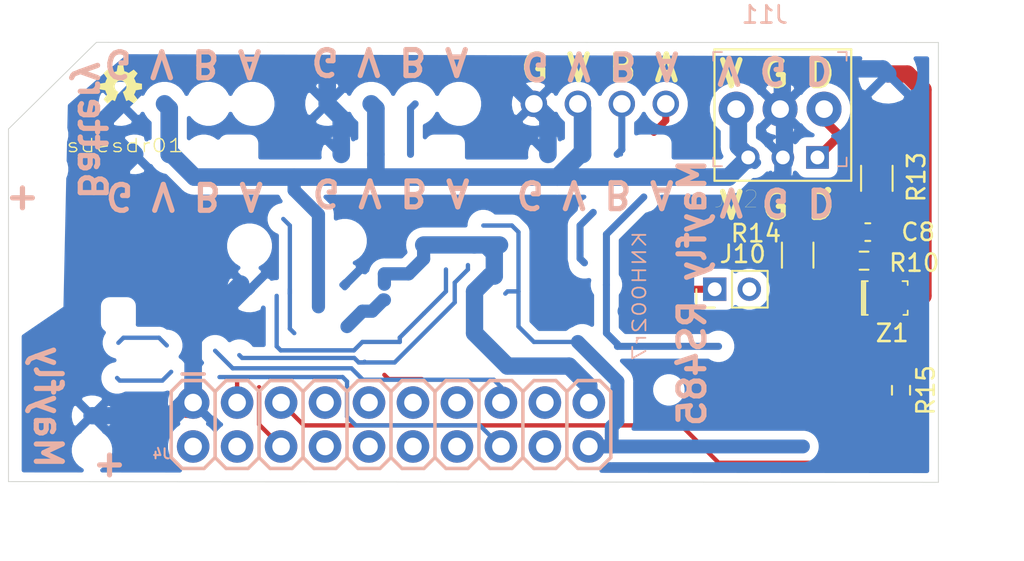
<source format=kicad_pcb>
(kicad_pcb (version 20211014) (generator pcbnew)
  (layers (0 "F.Cu" signal "Top") (31 "B.Cu" signal "Bottom") (34 "B.Paste" user) (35 "F.Paste" user) (36 "B.SilkS" user "B.Silkscreen") (37 "F.SilkS" user "F.Silkscreen") (38 "B.Mask" user) (39 "F.Mask" user) (44 "Edge.Cuts" user))
  (net 0 "")
  (net 1 "GND")
  (net 2 "/B-")
  (net 3 "/TXb")
  (net 4 "/RXb")
  (net 5 "Net-(LED1-Pad4)")
  (net 6 "/unfuse")
  (net 7 "+12V")
  (net 8 "Net-(C8-Pad1)")
  (net 9 "Net-(J11-Pad1)")
  (net 10 "Net-(R14-Pad1)")
  (footprint "RS485_Mayfly:OSHW-LOGO-MINI" (layer "F.Cu") (at 132.7911 94.8386)
    (fp_text reference "LOGO1" hide)
    (fp_text value "OSHW-LOGOMINI" hide)
    (fp_poly (pts (xy 1.2366 0.172631) (xy 1.2366 -0.147368) (xy 0.8766 -0.207368) (xy 0.8766 -0.247368) (xy 0.8666 -0.257368) (xy 0.8666 -0.277368) (xy 0.8566 -0.287368) (xy 0.8466 -0.307368) (xy 0.8466 -0.327368) (xy 0.8366 -0.337368) (xy 0.8366 -0.357368) (xy 0.8266 -0.367368) (xy 0.8166 -0.387368) (xy 0.8066 -0.397368) (xy 0.8066 -0.417368) (xy 0.7966 -0.427368) (xy 0.7866 -0.447368) (xy 0.7766 -0.457368) (xy 0.9866 -0.747368) (xy 0.7566 -0.967368) (xy 0.4666 -0.767368) (xy 0.4566 -0.777368) (xy 0.4366 -0.787368) (xy 0.4266 -0.787368) (xy 0.4066 -0.797368) (xy 0.3966 -0.807368) (xy 0.3766 -0.817368) (xy 0.3666 -0.817368) (xy 0.3466 -0.827368) (xy 0.3366 -0.837368) (xy 0.3166 -0.837368) (xy 0.2966 -0.847368) (xy 0.2866 -0.847368) (xy 0.2666 -0.857368) (xy 0.2566 -0.857368) (xy 0.2366 -0.867368) (xy 0.2166 -0.867368) (xy 0.1566 -1.217368) (xy -0.1634 -1.217368) (xy -0.2234 -0.867368) (xy -0.2334 -0.867368) (xy -0.2534 -0.857368) (xy -0.2734 -0.857368) (xy -0.2834 -0.847368) (xy -0.3034 -0.847368) (xy -0.3234 -0.837368) (xy -0.3334 -0.837368) (xy -0.3534 -0.827368) (xy -0.3634 -0.817368) (xy -0.3834 -0.817368) (xy -0.3934 -0.807368) (xy -0.4134 -0.797368) (xy -0.4234 -0.787368) (xy -0.4434 -0.787368) (xy -0.4534 -0.777368) (xy -0.4734 -0.767368) (xy -0.7634 -0.967368) (xy -0.9834 -0.747368) (xy -0.7834 -0.457368) (xy -0.7934 -0.447368) (xy -0.7934 -0.427368) (xy -0.8034 -0.417368) (xy -0.8134 -0.397368) (xy -0.8234 -0.387368) (xy -0.8234 -0.367368) (xy -0.8334 -0.357368) (xy -0.8434 -0.337368) (xy -0.8434 -0.327368) (xy -0.8634 -0.287368) (xy -0.8634 -0.277368) (xy -0.8734 -0.257368) (xy -0.8734 -0.247368) (xy -0.8834 -0.227368) (xy -0.8834 -0.207368) (xy -1.2334 -0.147368) (xy -1.2334 0.172631) (xy -0.8834 0.232631) (xy -0.8834 0.242631) (xy -0.8734 0.262631) (xy -0.8734 0.282631) (xy -0.8634 0.292631) (xy -0.8634 0.312631) (xy -0.8534 0.322631) (xy -0.8434 0.342631) (xy -0.8434 0.362631) (xy -0.8334 0.372631) (xy -0.8334 0.392631) (xy -0.8234 0.402631) (xy -0.8134 0.422631) (xy -0.8034 0.432631) (xy -0.7934 0.452631) (xy -0.7934 0.462631) (xy -0.7834 0.482631) (xy -0.9834 0.762631) (xy -0.7634 0.992631) (xy -0.4734 0.792631) (xy -0.4634 0.792631) (xy -0.4534 0.802631) (xy -0.4434 0.802631) (xy -0.4334 0.812631) (xy -0.4234 0.812631) (xy -0.4134 0.822631) (xy -0.4034 0.822631) (xy -0.3934 0.832631) (xy -0.3834 0.832631) (xy -0.3734 0.842631) (xy -0.3634 0.842631) (xy -0.3534 0.852631) (xy -0.3334 0.852631) (xy -0.3234 0.862631) (xy -0.1234 0.322631) (xy -0.1534 0.312631) (xy -0.1934 0.292631) (xy -0.2134 0.272631) (xy -0.2334 0.262631) (xy -0.2534 0.242631) (xy -0.2634 0.222631) (xy -0.2834 0.202631) (xy -0.3034 0.162631) (xy -0.3134 0.132631) (xy -0.3334 0.092631) (xy -0.3334 0.062631) (xy -0.3434 0.032631) (xy -0.3434 -0.027368) (xy -0.3034 -0.147368) (xy -0.2634 -0.207368) (xy -0.2434 -0.227368) (xy -0.2134 -0.247368) (xy -0.1934 -0.267368) (xy -0.1634 -0.287368) (xy -0.1334 -0.297368) (xy -0.1034 -0.317368) (xy -0.0734 -0.317368) (xy -0.0334 -0.327368) (xy 0.0366 -0.327368) (xy 0.0666 -0.317368) (xy 0.0966 -0.317368) (xy 0.1266 -0.297368) (xy 0.1566 -0.287368) (xy 0.2166 -0.247368) (xy 0.2566 -0.207368) (xy 0.2966 -0.147368) (xy 0.3066 -0.117368) (xy 0.3266 -0.087368) (xy 0.3266 -0.057368) (xy 0.3366 -0.027368) (xy 0.3366 0.062631) (xy 0.3266 0.092631) (xy 0.3266 0.112631) (xy 0.3166 0.132631) (xy 0.3066 0.162631) (xy 0.2966 0.182631) (xy 0.2766 0.202631) (xy 0.2666 0.222631) (xy 0.2266 0.262631) (xy 0.2066 0.272631) (xy 0.1866 0.292631) (xy 0.1266 0.322631) (xy 0.3266 0.862631) (xy 0.3266 0.852631) (xy 0.3466 0.852631) (xy 0.3566 0.842631) (xy 0.3666 0.842631) (xy 0.3766 0.832631) (xy 0.3866 0.832631) (xy 0.3966 0.822631) (xy 0.4166 0.822631) (xy 0.4266 0.812631) (xy 0.4366 0.812631) (xy 0.4566 0.792631) (xy 0.4666 0.792631) (xy 0.7566 0.992631) (xy 0.9866 0.762631) (xy 0.7766 0.482631) (xy 0.7866 0.462631) (xy 0.7966 0.452631) (xy 0.8066 0.432631) (xy 0.8066 0.422631) (xy 0.8166 0.402631) (xy 0.8266 0.392631) (xy 0.8366 0.372631) (xy 0.8366 0.362631) (xy 0.8566 0.322631) (xy 0.8566 0.312631) (xy 0.8666 0.292631) (xy 0.8666 0.282631) (xy 0.8766 0.262631) (xy 0.8766 0.242631) (xy 0.8866 0.232631)) (layer "F.SilkS") (width 0) (fill solid))
  )
  (footprint "RS485_Mayfly:1X04_NOSILK" (layer "F.Cu") (at 160.4771 95.8546 180)
    (fp_text reference "J7" hide)
    (fp_text value "CONN_42.54_NOSILK" hide)
    (pad "1" thru_hole circle locked (at -3.81 0 270) (size 1.524 1.524) (drill 1.016) (layers *.Cu *.Mask))
    (pad "2" thru_hole circle locked (at -1.27 0 270) (size 1.524 1.524) (drill 1.016) (layers *.Cu *.Mask))
    (pad "3" thru_hole circle locked (at 1.27 0 270) (size 1.524 1.524) (drill 1.016) (layers *.Cu *.Mask))
    (pad "4" thru_hole circle locked (at 3.81 0 270) (size 1.524 1.524) (drill 1.016) (layers *.Cu *.Mask) (net 1 "GND"))
  )
  (footprint "Connector_PinHeader_2.00mm:PinHeader_1x02_P2.00mm_Vertical" (layer "F.Cu") (at 167.1131 106.5734 90)
    (fp_text reference "J10" (at 2.032 1.619 180) (layer "F.SilkS"))
    (fp_text value "2mm jumper")
    (fp_line (start -1.06 0) (end -1.06 -1.06) (layer "F.SilkS") (width 0.12))
    (fp_line (start -1.06 1) (end 1.06 1) (layer "F.SilkS") (width 0.12))
    (fp_line (start -1.06 1) (end -1.06 3.06) (layer "F.SilkS") (width 0.12))
    (fp_line (start -1.06 3.06) (end 1.06 3.06) (layer "F.SilkS") (width 0.12))
    (fp_line (start -1.06 -1.06) (end 0 -1.06) (layer "F.SilkS") (width 0.12))
    (fp_line (start 1.06 1) (end 1.06 3.06) (layer "F.SilkS") (width 0.12))
    (pad "1" thru_hole rect locked (at 0 0 90) (size 1.35 1.35) (drill 0.8) (layers *.Cu *.Mask))
    (pad "2" thru_hole oval locked (at 0 2 90) (size 1.35 1.35) (drill 0.8) (layers *.Cu *.Mask))
  )
  (footprint "RS485_Mayfly:JST_S3B-PH-K-S(LF)(SN)" (layer "F.Cu") (at 173.0501 98.9534 180)
    (fp_text reference "J12" (at 4.699 -2.413) (layer "F.SilkS") (effects (font (size 1.000339 1.000339) (thickness 0.015))))
    (fp_text value "S3B-PH-K-S(LF)(SN)")
    (fp_line (start 5.95 -1.35) (end -1.95 -1.35) (layer "F.SilkS") (width 0.127))
    (fp_line (start -1.95 -1.35) (end -1.95 6.25) (layer "F.SilkS") (width 0.127))
    (fp_line (start 5.95 6.25) (end 5.95 -1.35) (layer "F.SilkS") (width 0.127))
    (fp_line (start -1.95 6.25) (end 5.95 6.25) (layer "F.SilkS") (width 0.127))
    (fp_circle (center -0.6 -1.9) (end -0.5 -1.9) (layer "F.SilkS") (width 0.2) (fill none))
    (pad "1" thru_hole rect locked (at 0 0 180) (size 1.308 1.308) (drill 0.8) (layers *.Cu *.Mask) (net 9 "Net-(J11-Pad1)"))
    (pad "2" thru_hole circle locked (at 2 0 180) (size 1.308 1.308) (drill 0.8) (layers *.Cu *.Mask) (net 1 "GND"))
    (pad "3" thru_hole circle locked (at 4 0 180) (size 1.308 1.308) (drill 0.8) (layers *.Cu *.Mask) (net 7 "+12V"))
  )
  (footprint "Resistor_SMD:R_0603_1608Metric_Pad0.98x0.95mm_HandSolder" (layer "F.Cu") (at 175.7406 104.9224 180)
    (fp_text reference "R10" (at -2.8975 -0.127) (layer "F.SilkS"))
    (fp_text value "200K")
    (fp_line (start -0.254724 -0.5225) (end 0.254724 -0.5225) (layer "F.SilkS") (width 0.12))
    (fp_line (start -0.254724 0.5225) (end 0.254724 0.5225) (layer "F.SilkS") (width 0.12))
    (pad "1" smd roundrect locked (at -0.9125 0 180) (size 0.975 0.95) (layers "F.Cu" "F.Paste" "F.Mask") (net 1 "GND"))
    (pad "2" smd roundrect locked (at 0.9125 0 180) (size 0.975 0.95) (layers "F.Cu" "F.Paste" "F.Mask") (net 8 "Net-(C8-Pad1)"))
  )
  (footprint "Resistor_SMD:R_1206_3216Metric" (layer "F.Cu") (at 176.4791 100.1619 90)
    (fp_text reference "R13" (at 0.0655 2.286 90) (layer "F.SilkS"))
    (fp_text value "510R")
    (fp_line (start -0.727064 -0.91) (end 0.727064 -0.91) (layer "F.SilkS") (width 0.12))
    (fp_line (start -0.727064 0.91) (end 0.727064 0.91) (layer "F.SilkS") (width 0.12))
    (pad "1" smd roundrect locked (at -1.4625 0 90) (size 1.125 1.75) (layers "F.Cu" "F.Paste" "F.Mask") (roundrect_rratio 0.2222213333) (net 8 "Net-(C8-Pad1)"))
    (pad "2" smd roundrect locked (at 1.4625 0 90) (size 1.125 1.75) (layers "F.Cu" "F.Paste" "F.Mask") (roundrect_rratio 0.2222213333) (net 9 "Net-(J11-Pad1)"))
  )
  (footprint "Capacitor_SMD:C_0603_1608Metric" (layer "F.Cu") (at 175.9581 103.2714)
    (fp_text reference "C8" (at 2.908 0) (layer "F.SilkS"))
    (fp_text value "3300pF")
    (fp_line (start -0.14058 -0.51) (end 0.14058 -0.51) (layer "F.SilkS") (width 0.12))
    (fp_line (start -0.14058 0.51) (end 0.14058 0.51) (layer "F.SilkS") (width 0.12))
    (pad "1" smd roundrect locked (at -0.775 0) (size 0.9 0.95) (layers "F.Cu" "F.Paste" "F.Mask") (net 8 "Net-(C8-Pad1)"))
    (pad "2" smd roundrect locked (at 0.775 0) (size 0.9 0.95) (layers "F.Cu" "F.Paste" "F.Mask") (net 1 "GND"))
  )
  (footprint "Resistor_SMD:R_1206_3216Metric" (layer "F.Cu") (at 171.9071 104.6029 90)
    (fp_text reference "R14" (at 1.2553 -2.413 180) (layer "F.SilkS"))
    (fp_text value "510R")
    (fp_line (start -0.727064 -0.91) (end 0.727064 -0.91) (layer "F.SilkS") (width 0.12))
    (fp_line (start -0.727064 0.91) (end 0.727064 0.91) (layer "F.SilkS") (width 0.12))
    (pad "1" smd roundrect locked (at -1.4625 0 90) (size 1.125 1.75) (layers "F.Cu" "F.Paste" "F.Mask") (roundrect_rratio 0.2222213333) (net 10 "Net-(R14-Pad1)"))
    (pad "2" smd roundrect locked (at 1.4625 0 90) (size 1.125 1.75) (layers "F.Cu" "F.Paste" "F.Mask") (roundrect_rratio 0.2222213333) (net 8 "Net-(C8-Pad1)"))
  )
  (footprint "digikey-footprints:SOD-123" (layer "F.Cu") (at 176.9361 107.0814)
    (fp_text reference "Z1" (at 0.432 2.032) (layer "F.SilkS"))
    (fp_text value "7.5V")
    (fp_line (start 1.325 -0.975) (end 1.325 -0.75) (layer "F.SilkS") (width 0.1))
    (fp_line (start -1.225 -0.975) (end -1.225 0.975) (layer "F.SilkS") (width 0.1))
    (fp_line (start 1.325 0.975) (end 1.075 0.975) (layer "F.SilkS") (width 0.1))
    (fp_line (start -1.325 -0.975) (end -1.325 0.975) (layer "F.SilkS") (width 0.1))
    (fp_line (start 1.025 -0.975) (end 1.325 -0.975) (layer "F.SilkS") (width 0.1))
    (fp_line (start 1.325 0.725) (end 1.325 0.975) (layer "F.SilkS") (width 0.1))
    (fp_line (start -0.975 0.975) (end -1.325 0.975) (layer "F.SilkS") (width 0.1))
    (fp_line (start -0.975 -0.975) (end -1.325 -0.975) (layer "F.SilkS") (width 0.1))
    (fp_line (start -1.125 -0.975) (end -1.125 0.975) (layer "F.SilkS") (width 0.1))
    (pad "A" smd rect locked (at 1.575 0) (size 0.9 0.95) (layers "F.Cu" "F.Paste" "F.Mask") (net 1 "GND"))
    (pad "K" smd rect locked (at -1.575 0) (size 0.9 0.95) (layers "F.Cu" "F.Paste" "F.Mask") (net 8 "Net-(C8-Pad1)"))
  )
  (footprint "Resistor_SMD:R_0603_1608Metric_Pad0.98x0.95mm_HandSolder" (layer "F.Cu") (at 177.8761 112.4154 -90)
    (fp_text reference "R15" (at 0 -1.43 90) (layer "F.SilkS"))
    (fp_text value "zero")
    (fp_line (start -0.254724 -0.5225) (end 0.254724 -0.5225) (layer "F.SilkS") (width 0.12))
    (fp_line (start -0.254724 0.5225) (end 0.254724 0.5225) (layer "F.SilkS") (width 0.12))
    (pad "1" smd roundrect locked (at -0.9125 0 270) (size 0.975 0.95) (layers "F.Cu" "F.Paste" "F.Mask") (net 10 "Net-(R14-Pad1)"))
    (pad "2" smd roundrect locked (at 0.9125 0 270) (size 0.975 0.95) (layers "F.Cu" "F.Paste" "F.Mask"))
  )
  (footprint "RS485_Mayfly:2X10" (layer "B.Cu") (at 136.9821 113.1266)
    (fp_text reference "J4" (at -2.413 3.302) (layer "B.SilkS") (effects (font (size 0.57912 0.57912) (thickness 0.115824)) (justify right bottom mirror)))
    (fp_text value "CONN_10X2")
    (fp_line (start 15.875 3.81) (end 16.51 3.175) (layer "B.SilkS") (width 0.2032))
    (fp_line (start 6.35 3.175) (end 6.35 -0.635) (layer "B.SilkS") (width 0.2032))
    (fp_line (start 11.43 -0.635) (end 12.065 -1.27) (layer "B.SilkS") (width 0.2032))
    (fp_line (start 12.065 -1.27) (end 13.335 -1.27) (layer "B.SilkS") (width 0.2032))
    (fp_line (start 1.27 3.175) (end 1.905 3.81) (layer "B.SilkS") (width 0.2032))
    (fp_line (start -1.27 -0.635) (end -1.27 3.175) (layer "B.SilkS") (width 0.2032))
    (fp_line (start 19.05 -0.635) (end 19.685 -1.27) (layer "B.SilkS") (width 0.2032))
    (fp_line (start 13.97 3.175) (end 14.605 3.81) (layer "B.SilkS") (width 0.2032))
    (fp_line (start 23.495 3.81) (end 24.13 3.175) (layer "B.SilkS") (width 0.2032))
    (fp_line (start 4.445 -1.27) (end 5.715 -1.27) (layer "B.SilkS") (width 0.2032))
    (fp_line (start 6.985 3.81) (end 8.255 3.81) (layer "B.SilkS") (width 0.2032))
    (fp_line (start 6.35 3.175) (end 6.985 3.81) (layer "B.SilkS") (width 0.2032))
    (fp_line (start 14.605 3.81) (end 15.875 3.81) (layer "B.SilkS") (width 0.2032))
    (fp_line (start 8.255 -1.27) (end 8.89 -0.635) (layer "B.SilkS") (width 0.2032))
    (fp_line (start 19.05 3.175) (end 19.685 3.81) (layer "B.SilkS") (width 0.2032))
    (fp_line (start 16.51 -0.635) (end 17.145 -1.27) (layer "B.SilkS") (width 0.2032))
    (fp_line (start 3.175 3.81) (end 3.81 3.175) (layer "B.SilkS") (width 0.2032))
    (fp_line (start 10.795 3.81) (end 11.43 3.175) (layer "B.SilkS") (width 0.2032))
    (fp_line (start 22.225 3.81) (end 23.495 3.81) (layer "B.SilkS") (width 0.2032))
    (fp_line (start -0.635 -1.651) (end 0.635 -1.651) (layer "B.SilkS") (width 0.2032))
    (fp_line (start 3.81 3.175) (end 3.81 -0.635) (layer "B.SilkS") (width 0.2032))
    (fp_line (start 6.985 -1.27) (end 8.255 -1.27) (layer "B.SilkS") (width 0.2032))
    (fp_line (start 16.51 -0.635) (end 15.875 -1.27) (layer "B.SilkS") (width 0.2032))
    (fp_line (start 8.255 3.81) (end 8.89 3.175) (layer "B.SilkS") (width 0.2032))
    (fp_line (start 21.59 -0.635) (end 22.225 -1.27) (layer "B.SilkS") (width 0.2032))
    (fp_line (start 21.59 3.175) (end 21.59 -0.635) (layer "B.SilkS") (width 0.2032))
    (fp_line (start -0.635 -1.27) (end 0.635 -1.27) (layer "B.SilkS") (width 0.2032))
    (fp_line (start 4.445 3.81) (end 5.715 3.81) (layer "B.SilkS") (width 0.2032))
    (fp_line (start 13.335 3.81) (end 13.97 3.175) (layer "B.SilkS") (width 0.2032))
    (fp_line (start 10.795 -1.27) (end 11.43 -0.635) (layer "B.SilkS") (width 0.2032))
    (fp_line (start 9.525 -1.27) (end 10.795 -1.27) (layer "B.SilkS") (width 0.2032))
    (fp_line (start 17.145 3.81) (end 18.415 3.81) (layer "B.SilkS") (width 0.2032))
    (fp_line (start 19.685 -1.27) (end 20.955 -1.27) (layer "B.SilkS") (width 0.2032))
    (fp_line (start 14.605 -1.27) (end 15.875 -1.27) (layer "B.SilkS") (width 0.2032))
    (fp_line (start 22.225 -1.27) (end 23.495 -1.27) (layer "B.SilkS") (width 0.2032))
    (fp_line (start 1.905 3.81) (end 3.175 3.81) (layer "B.SilkS") (width 0.2032))
    (fp_line (start -1.27 -0.635) (end -0.635 -1.27) (layer "B.SilkS") (width 0.2032))
    (fp_line (start 18.415 3.81) (end 19.05 3.175) (layer "B.SilkS") (width 0.2032))
    (fp_line (start 19.05 3.175) (end 19.05 -0.635) (layer "B.SilkS") (width 0.2032))
    (fp_line (start 17.145 -1.27) (end 18.415 -1.27) (layer "B.SilkS") (width 0.2032))
    (fp_line (start 9.525 3.81) (end 10.795 3.81) (layer "B.SilkS") (width 0.2032))
    (fp_line (start 8.89 3.175) (end 8.89 -0.635) (layer "B.SilkS") (width 0.2032))
    (fp_line (start 12.065 3.81) (end 13.335 3.81) (layer "B.SilkS") (width 0.2032))
    (fp_line (start 21.59 3.175) (end 22.225 3.81) (layer "B.SilkS") (width 0.2032))
    (fp_line (start 6.35 -0.635) (end 6.985 -1.27) (layer "B.SilkS") (width 0.2032))
    (fp_line (start -1.27 3.175) (end -0.635 3.81) (layer "B.SilkS") (width 0.2032))
    (fp_line (start 16.51 3.175) (end 16.51 -0.635) (layer "B.SilkS") (width 0.2032))
    (fp_line (start 1.27 -0.635) (end 1.905 -1.27) (layer "B.SilkS") (width 0.2032))
    (fp_line (start 13.97 3.175) (end 13.97 -0.635) (layer "B.SilkS") (width 0.2032))
    (fp_line (start 3.81 -0.635) (end 4.445 -1.27) (layer "B.SilkS") (width 0.2032))
    (fp_line (start -0.635 -1.651) (end 0.635 -1.651) (layer "B.SilkS") (width 0.2032))
    (fp_line (start 21.59 -0.635) (end 20.955 -1.27) (layer "B.SilkS") (width 0.2032))
    (fp_line (start 5.715 -1.27) (end 6.35 -0.635) (layer "B.SilkS") (width 0.2032))
    (fp_line (start 20.955 3.81) (end 21.59 3.175) (layer "B.SilkS") (width 0.2032))
    (fp_line (start 8.89 -0.635) (end 9.525 -1.27) (layer "B.SilkS") (width 0.2032))
    (fp_line (start 11.43 3.175) (end 12.065 3.81) (layer "B.SilkS") (width 0.2032))
    (fp_line (start 0.635 3.81) (end 1.27 3.175) (layer "B.SilkS") (width 0.2032))
    (fp_line (start 19.05 -0.635) (end 18.415 -1.27) (layer "B.SilkS") (width 0.2032))
    (fp_line (start 3.81 3.175) (end 4.445 3.81) (layer "B.SilkS") (width 0.2032))
    (fp_line (start 8.89 3.175) (end 9.525 3.81) (layer "B.SilkS") (width 0.2032))
    (fp_line (start 16.51 3.175) (end 17.145 3.81) (layer "B.SilkS") (width 0.2032))
    (fp_line (start 24.13 3.175) (end 24.13 -0.635) (layer "B.SilkS") (width 0.2032))
    (fp_line (start 0.635 -1.27) (end 1.27 -0.635) (layer "B.SilkS") (width 0.2032))
    (fp_line (start 1.27 3.175) (end 1.27 -0.635) (layer "B.SilkS") (width 0.2032))
    (fp_line (start 3.175 -1.27) (end 3.81 -0.635) (layer "B.SilkS") (width 0.2032))
    (fp_line (start -0.635 3.81) (end 0.635 3.81) (layer "B.SilkS") (width 0.2032))
    (fp_line (start 5.715 3.81) (end 6.35 3.175) (layer "B.SilkS") (width 0.2032))
    (fp_line (start 1.905 -1.27) (end 3.175 -1.27) (layer "B.SilkS") (width 0.2032))
    (fp_line (start 11.43 3.175) (end 11.43 -0.635) (layer "B.SilkS") (width 0.2032))
    (fp_line (start 19.685 3.81) (end 20.955 3.81) (layer "B.SilkS") (width 0.2032))
    (fp_line (start 13.335 -1.27) (end 13.97 -0.635) (layer "B.SilkS") (width 0.2032))
    (fp_line (start 13.97 -0.635) (end 14.605 -1.27) (layer "B.SilkS") (width 0.2032))
    (fp_line (start 24.13 -0.635) (end 23.495 -1.27) (layer "B.SilkS") (width 0.2032))
    (pad "1" thru_hole circle locked (at 0 0) (size 1.8796 1.8796) (drill 1.016) (layers *.Cu *.Mask) (net 1 "GND"))
    (pad "2" thru_hole circle locked (at 0 2.54) (size 1.8796 1.8796) (drill 1.016) (layers *.Cu *.Mask))
    (pad "3" thru_hole circle locked (at 2.54 0) (size 1.8796 1.8796) (drill 1.016) (layers *.Cu *.Mask))
    (pad "4" thru_hole circle locked (at 2.54 2.54) (size 1.8796 1.8796) (drill 1.016) (layers *.Cu *.Mask))
    (pad "5" thru_hole circle locked (at 5.08 0) (size 1.8796 1.8796) (drill 1.016) (layers *.Cu *.Mask))
    (pad "6" thru_hole circle locked (at 5.08 2.54) (size 1.8796 1.8796) (drill 1.016) (layers *.Cu *.Mask))
    (pad "7" thru_hole circle locked (at 7.62 0) (size 1.8796 1.8796) (drill 1.016) (layers *.Cu *.Mask))
    (pad "8" thru_hole circle locked (at 7.62 2.54) (size 1.8796 1.8796) (drill 1.016) (layers *.Cu *.Mask))
    (pad "9" thru_hole circle locked (at 10.16 0) (size 1.8796 1.8796) (drill 1.016) (layers *.Cu *.Mask))
    (pad "10" thru_hole circle locked (at 10.16 2.54) (size 1.8796 1.8796) (drill 1.016) (layers *.Cu *.Mask))
    (pad "11" thru_hole circle locked (at 12.7 0) (size 1.8796 1.8796) (drill 1.016) (layers *.Cu *.Mask))
    (pad "12" thru_hole circle locked (at 12.7 2.54) (size 1.8796 1.8796) (drill 1.016) (layers *.Cu *.Mask))
    (pad "13" thru_hole circle locked (at 15.24 0) (size 1.8796 1.8796) (drill 1.016) (layers *.Cu *.Mask))
    (pad "14" thru_hole circle locked (at 15.24 2.54) (size 1.8796 1.8796) (drill 1.016) (layers *.Cu *.Mask))
    (pad "15" thru_hole circle locked (at 17.78 0) (size 1.8796 1.8796) (drill 1.016) (layers *.Cu *.Mask))
    (pad "16" thru_hole circle locked (at 17.78 2.54) (size 1.8796 1.8796) (drill 1.016) (layers *.Cu *.Mask))
    (pad "17" thru_hole circle locked (at 20.32 0) (size 1.8796 1.8796) (drill 1.016) (layers *.Cu *.Mask))
    (pad "18" thru_hole circle locked (at 20.32 2.54) (size 1.8796 1.8796) (drill 1.016) (layers *.Cu *.Mask))
    (pad "19" thru_hole circle locked (at 22.86 0) (size 1.8796 1.8796) (drill 1.016) (layers *.Cu *.Mask))
    (pad "20" thru_hole circle locked (at 22.86 2.54) (size 1.8796 1.8796) (drill 1.016) (layers *.Cu *.Mask))
  )
  (footprint "digikey-footprints:PinHeader_1x3_P2.54mm_Drill1.02mm" (layer "B.Cu") (at 173.4311 96.1594 180)
    (fp_text reference "J11" (at 3.429 5.461) (layer "B.SilkS") (effects (justify mirror)))
    (fp_text value "WireTerm" hide)
    (fp_line (start 6.4 -3.3) (end 6.4 -2.8) (layer "B.SilkS") (width 0.1))
    (fp_line (start 6.4 3.3) (end 5.9 3.3) (layer "B.SilkS") (width 0.1))
    (fp_line (start -1.3 -3.3) (end -1.3 -2.8) (layer "B.SilkS") (width 0.1))
    (fp_line (start 6.4 3.3) (end 6.4 2.8) (layer "B.SilkS") (width 0.1))
    (fp_line (start 6.4 -3.3) (end 5.9 -3.3) (layer "B.SilkS") (width 0.1))
    (fp_line (start -1.3 3.3) (end -1.3 2.8) (layer "B.SilkS") (width 0.1))
    (fp_line (start -1.3 3.3) (end -0.8 3.3) (layer "B.SilkS") (width 0.1))
    (fp_line (start -1.3 -3.3) (end -0.8 -3.3) (layer "B.SilkS") (width 0.1))
    (pad "1" thru_hole circle locked (at 0 0 180) (size 2.02 2.02) (drill 1.02) (layers *.Cu *.Mask) (net 9 "Net-(J11-Pad1)"))
    (pad "2" thru_hole circle locked (at 2.54 0 180) (size 2.02 2.02) (drill 1.02) (layers *.Cu *.Mask) (net 1 "GND"))
    (pad "3" thru_hole circle locked (at 5.08 0 180) (size 2.02 2.02) (drill 1.02) (layers *.Cu *.Mask) (net 7 "+12V"))
  )
  (gr_line (start 180.0351 92.3086) (end 131.3941 92.2986) (layer "Edge.Cuts") (width 0.05))
  (gr_line (start 126.3141 97.3086) (end 126.3141 117.6986) (layer "Edge.Cuts") (width 0.05))
  (gr_line (start 180.0352 117.7394) (end 180.0351 92.3086) (layer "Edge.Cuts") (width 0.05))
  (gr_line (start 126.3141 117.6986) (end 180.0352 117.7394) (layer "Edge.Cuts") (width 0.05))
  (gr_line (start 131.3941 92.2986) (end 126.3141 97.3086) (layer "Edge.Cuts") (width 0.05))
  (gr_text "G V B A" (at 136.4741 101.1886 180) (layer "B.SilkS") (effects (font (size 1.5 1.5) (thickness 0.3)) (justify mirror)))
  (gr_text "Mayfly" (at 128.6001 113.3806 270) (layer "B.SilkS") (effects (font (size 1.5 1.5) (thickness 0.3)) (justify mirror)))
  (gr_text "Battery" (at 131.1401 97.3786 270) (layer "B.SilkS") (effects (font (size 1.5 1.5) (thickness 0.3)) (justify mirror)))
  (gr_text "+" (at 127.2285 101.2902 270) (layer "B.SilkS") (effects (font (size 1.5 1.5) (thickness 0.3)) (justify mirror)))
  (gr_text "+" (at 132.2577 116.7334 270) (layer "B.SilkS") (effects (font (size 1.5 1.5) (thickness 0.3)) (justify mirror)))
  (gr_text "V G D " (at 171.1579 93.9038 180) (layer "B.SilkS") (effects (font (size 1.5 1.5) (thickness 0.3)) (justify mirror)))
  (gr_text "G V B A" (at 160.1978 101.092 180) (layer "B.SilkS") (effects (font (size 1.5 1.5) (thickness 0.3)) (justify mirror)))
  (gr_text "G V B A" (at 136.3853 93.5228 180) (layer "B.SilkS") (effects (font (size 1.5 1.5) (thickness 0.3)) (justify mirror)))
  (gr_text "G V B A" (at 160.4899 93.6498 180) (layer "B.SilkS") (effects (font (size 1.5 1.5) (thickness 0.3)) (justify mirror)))
  (gr_text "Mayfly RS485" (at 165.8111 106.7766 90) (layer "B.SilkS") (effects (font (size 1.5 1.5) (thickness 0.3)) (justify mirror)))
  (gr_text "G V B A" (at 148.4122 100.9904 180) (layer "B.SilkS") (effects (font (size 1.5 1.5) (thickness 0.3)) (justify mirror)))
  (gr_text "V G D " (at 171.2849 101.5238 180) (layer "B.SilkS") (effects (font (size 1.5 1.5) (thickness 0.3)) (justify mirror)))
  (gr_text "KNH002r7" (at 162.7631 106.9544 90) (layer "B.SilkS") (effects (font (size 0.762 1) (thickness 0.1016)) (justify mirror)))
  (gr_text "G V B A" (at 148.3487 93.3958 180) (layer "B.SilkS") (effects (font (size 1.5 1.5) (thickness 0.3)) (justify mirror)))
  (gr_text "G V B A" (at 160.4645 93.7895) (layer "F.SilkS") (effects (font (size 1.5 1.5) (thickness 0.3))))
  (gr_text "V G D " (at 171.2849 101.7424) (layer "F.SilkS") (effects (font (size 1.5 1.5) (thickness 0.3))))
  (gr_text "sdesdr01" (at 133.0451 98.2676) (layer "F.SilkS") (effects (font (size 0.762 1) (thickness 0.0762))))
  (gr_text "V G D " (at 171.2849 94.1224) (layer "F.SilkS") (effects (font (size 1.5 1.5) (thickness 0.3))))
  (segment (start 164.2871 95.8546) (end 163.8581 95.8546) (width 0.4064) (layer "F.Cu") (net 0))
  (segment (start 141.282231 115.6666) (end 142.0621 115.6666) (width 0.3048) (layer "F.Cu") (net 0))
  (segment (start 177.8761 113.3279) (end 176.0766 113.3279) (width 0.508) (layer "F.Cu") (net 0))
  (segment (start 159.8421 112.6616) (end 159.8421 113.1266) (width 0.25) (layer "F.Cu") (net 0))
  (segment (start 152.2221 113.1266) (end 152.2221 113.0174) (width 0.25) (layer "F.Cu") (net 0))
  (segment (start 157.3021 115.6666) (end 157.3021 115.2094) (width 0.25) (layer "F.Cu") (net 0))
  (segment (start 175.7781 116.4184) (end 175.5901 116.6064) (width 0.25) (layer "F.Cu") (net 0))
  (segment (start 165.6841 106.5734) (end 167.1131 106.5734) (width 0.4064) (layer "F.Cu") (net 0))
  (segment (start 160.0657 112.903) (end 159.8421 113.1266) (width 0.5) (layer "F.Cu") (net 0))
  (segment (start 146.0753 114.4474) (end 145.9229 114.4474) (width 0.25) (layer "F.Cu") (net 0))
  (segment (start 159.4816 115.6666) (end 159.8421 115.6666) (width 0.25) (layer "F.Cu") (net 0))
  (segment (start 139.5221 111.7804) (end 139.5221 113.1266) (width 0.25) (layer "F.Cu") (net 0))
  (segment (start 163.6013 97.5056) (end 164.2871 96.8198) (width 0.4064) (layer "F.Cu") (net 0))
  (segment (start 165.1761 114.4474) (end 146.0753 114.4474) (width 0.25) (layer "F.Cu") (net 0))
  (segment (start 175.5901 116.6064) (end 167.3351 116.6064) (width 0.25) (layer "F.Cu") (net 0))
  (segment (start 164.2871 96.8198) (end 164.2871 95.8546) (width 0.4064) (layer "F.Cu") (net 0))
  (segment (start 143.3829 114.4474) (end 142.0621 113.1266) (width 0.25) (layer "F.Cu") (net 0))
  (segment (start 175.7781 113.6264) (end 175.7781 116.4184) (width 0.25) (layer "F.Cu") (net 0))
  (segment (start 176.0766 113.3279) (end 175.7781 113.6264) (width 0.508) (layer "F.Cu") (net 0))
  (segment (start 146.0753 114.4474) (end 143.3829 114.4474) (width 0.25) (layer "F.Cu") (net 0))
  (segment (start 152.2895 113.0592) (end 152.2221 113.1266) (width 0.25) (layer "F.Cu") (net 0))
  (segment (start 167.3351 116.6064) (end 165.1761 114.4474) (width 0.25) (layer "F.Cu") (net 0))
  (segment (start 140.7921 112.2376) (end 140.7921 114.3966) (width 0.25) (layer "F.Cu") (net 0))
  (segment (start 139.5221 115.6461) (end 139.5221 115.6666) (width 0.25) (layer "F.Cu") (net 0))
  (segment (start 140.7921 114.3966) (end 142.0621 115.6666) (width 0.25) (layer "F.Cu") (net 0))
  (segment (start 161.4771 96.1246) (end 161.7471 95.8546) (width 0.4064) (layer "B.Cu") (net 0))
  (segment (start 161.4931 109.8754) (end 161.4931 109.7484) (width 0.4064) (layer "B.Cu") (net 0))
  (segment (start 138.5061 111.6534) (end 145.6181 111.6534) (width 0.25) (layer "B.Cu") (net 0))
  (segment (start 154.3811 104.5006) (end 153.8935 104.013) (width 1) (layer "B.Cu") (net 0))
  (segment (start 145.8721 111.9074) (end 145.8721 113.9394) (width 0.25) (layer "B.Cu") (net 0))
  (segment (start 135.2041 111.8566) (end 135.7121 111.3486) (width 0.25) (layer "B.Cu") (net 0))
  (segment (start 154.35325 111.80825) (end 146.78895 111.80825) (width 0.25) (layer "B.Cu") (net 0))
  (segment (start 161.7471 95.8546) (end 161.7471 98.5056) (width 0.4064) (layer "B.Cu") (net 0))
  (segment (start 145.8721 113.9394) (end 146.3801 114.4474) (width 0.25) (layer "B.Cu") (net 0))
  (segment (start 161.4931 109.7484) (end 160.8581 109.1134) (width 0.4064) (layer "B.Cu") (net 0))
  (segment (start 159.8421 113.1266) (end 159.8421 112.1614) (width 1) (layer "B.Cu") (net 0))
  (segment (start 154.7621 113.1266) (end 154.7621 112.2171) (width 0.25) (layer "B.Cu") (net 0))
  (segment (start 155.7781 106.7004) (end 155.7781 108.7324) (width 0.25) (layer "B.Cu") (net 0))
  (segment (start 154.3811 105.8114) (end 154.1271 105.8114) (width 1) (layer "B.Cu") (net 0))
  (segment (start 153.2381 106.7004) (end 153.2381 109.1134) (width 1) (layer "B.Cu") (net 0))
  (segment (start 148.0311 105.6844) (end 148.0311 106.281299) (width 0.762) (layer "B.Cu") (net 0))
  (segment (start 160.8581 106.3194) (end 160.8581 103.3984) (width 0.4064) (layer "B.Cu") (net 0))
  (segment (start 161.4931 114.1934) (end 161.4931 111.9074) (width 0.8) (layer "B.Cu") (net 0))
  (segment (start 159.3341 104.7954) (end 159.5881 105.0494) (width 0.4064) (layer "B.Cu") (net 0))
  (segment (start 146.78895 111.80825) (end 146.1261 111.1454) (width 0.25) (layer "B.Cu") (net 0))
  (segment (start 153.5429 114.4474) (end 154.7621 115.6666) (width 0.25) (layer "B.Cu") (net 0))
  (segment (start 161.4771 98.7756) (end 161.6963 98.7756) (width 0.25) (layer "B.Cu") (net 0))
  (segment (start 150.2967 104.8158) (end 149.4281 105.6844) (width 0.762) (layer "B.Cu") (net 0))
  (segment (start 159.8421 115.6666) (end 161.1629 115.6666) (width 0.8) (layer "B.Cu") (net 0))
  (segment (start 160.8581 103.3984) (end 163.0171 101.2394) (width 0.4064) (layer "B.Cu") (net 0))
  (segment (start 146.3801 114.4474) (end 153.5429 114.4474) (width 0.25) (layer "B.Cu") (net 0))
  (segment (start 159.3341 104.4144) (end 159.3341 102.8904) (width 0.4064) (layer "B.Cu") (net 0))
  (segment (start 161.4931 111.9074) (end 159.2071 109.6214) (width 0.8) (layer "B.Cu") (net 0))
  (segment (start 145.6181 111.6534) (end 145.8721 111.9074) (width 0.25) (layer "B.Cu") (net 0))
  (segment (start 161.1629 115.6666) (end 161.1629 114.5236) (width 0.8) (layer "B.Cu") (net 0))
  (segment (start 135.2041 111.8566) (end 132.7403 111.8566) (width 0.25) (layer "B.Cu") (net 0))
  (segment (start 156.6671 109.6214) (end 159.3341 109.6214) (width 0.25) (layer "B.Cu") (net 0))
  (segment (start 142.5701 106.8274) (end 142.5701 102.8904) (width 0.25) (layer "B.Cu") (net 0))
  (segment (start 159.3341 102.8904) (end 160.0961 102.1284) (width 0.4064) (layer "B.Cu") (net 0))
  (segment (start 139.2681 111.1454) (end 138.2521 110.1294) (width 0.25) (layer "B.Cu") (net 0))
  (segment (start 155.3971 102.8904) (end 155.7781 103.2714) (width 0.25) (layer "B.Cu") (net 0))
  (segment (start 153.2381 109.1134) (end 155.1431 111.0184) (width 1) (layer "B.Cu") (net 0))
  (segment (start 161.1629 114.5236) (end 161.4931 114.1934) (width 0.8) (layer "B.Cu") (net 0))
  (segment (start 161.1629 115.6666) (end 172.2119 115.6666) (width 0.8) (layer "B.Cu") (net 0))
  (segment (start 153.7461 102.8904) (end 155.3971 102.8904) (width 0.25) (layer "B.Cu") (net 0))
  (segment (start 154.7621 112.2171) (end 154.35325 111.80825) (width 0.25) (layer "B.Cu") (net 0))
  (segment (start 155.1431 106.7004) (end 155.0161 106.8274) (width 0.25) (layer "B.Cu") (net 0))
  (segment (start 155.7781 103.2714) (end 155.7781 106.7004) (width 0.25) (layer "B.Cu") (net 0))
  (segment (start 155.7781 106.7004) (end 155.1431 106.7004) (width 0.25) (layer "B.Cu") (net 0))
  (segment (start 132.95874 109.37756) (end 132.6641 109.6722) (width 0.25) (layer "B.Cu") (net 0))
  (segment (start 153.8935 104.013) (end 153.2255 104.013) (width 1) (layer "B.Cu") (net 0))
  (segment (start 154.686 104.013) (end 153.8935 104.013) (width 1) (layer "B.Cu") (net 0))
  (segment (start 158.6991 111.0184) (end 155.1431 111.0184) (width 1) (layer "B.Cu") (net 0))
  (segment (start 153.2255 104.013) (end 150.2967 104.013) (width 1) (layer "B.Cu") (net 0))
  (segment (start 154.3811 105.8114) (end 154.3811 104.5006) (width 1) (layer "B.Cu") (net 0))
  (segment (start 142.5701 108.8594) (end 142.8241 109.1134) (width 0.25) (layer "B.Cu") (net 0))
  (segment (start 135.01106 109.37756) (end 132.95874 109.37756) (width 0.25) (layer "B.Cu") (net 0))
  (segment (start 132.7403 111.8566) (end 132.5879 111.7042) (width 0.25) (layer "B.Cu") (net 0))
  (segment (start 161.7471 98.5056) (end 161.4771 98.7756) (width 0.4064) (layer "B.Cu") (net 0))
  (segment (start 160.8581 109.1134) (end 160.8581 106.3194) (width 0.4064) (layer "B.Cu") (net 0))
  (segment (start 159.8421 112.1614) (end 158.6991 111.0184) (width 1) (layer "B.Cu") (net 0))
  (segment (start 155.7781 108.7324) (end 156.6671 109.6214) (width 0.25) (layer "B.Cu") (net 0))
  (segment (start 135.4581 109.8246) (end 135.01106 109.37756) (width 0.25) (layer "B.Cu") (net 0))
  (segment (start 142.5701 102.8904) (end 142.1891 102.5094) (width 0.25) (layer "B.Cu") (net 0))
  (segment (start 149.4281 105.6844) (end 148.0311 105.6844) (width 0.762) (layer "B.Cu") (net 0))
  (segment (start 167.3351 109.8754) (end 161.4931 109.8754) (width 0.4064) (layer "B.Cu") (net 0))
  (segment (start 154.1271 105.8114) (end 153.2381 106.7004) (width 1) (layer "B.Cu") (net 0))
  (segment (start 142.5701 106.8274) (end 142.5701 108.8594) (width 0.25) (layer "B.Cu") (net 0))
  (segment (start 159.3341 109.6214) (end 159.4611 109.4944) (width 0.25) (layer "B.Cu") (net 0))
  (segment (start 139.5221 113.2079) (end 139.5221 113.1266) (width 0.25) (layer "B.Cu") (net 0))
  (segment (start 150.2967 104.013) (end 150.2967 104.8158) (width 0.762) (layer "B.Cu") (net 0))
  (segment (start 142.5701 106.5734) (end 142.5701 106.8274) (width 0.25) (layer "B.Cu") (net 0))
  (segment (start 146.1261 111.1454) (end 139.2681 111.1454) (width 0.25) (layer "B.Cu") (net 0))
  (segment (start 159.3341 104.4144) (end 159.3341 104.7954) (width 0.4064) (layer "B.Cu") (net 0))
  (segment (start 136.6011 113.5076) (end 136.9821 113.1266) (width 1.016) (layer "F.Cu") (net 1))
  (segment (start 178.8921 104.9224) (end 179.1461 104.6684) (width 1) (layer "F.Cu") (net 1))
  (segment (start 179.1461 102.8904) (end 179.1461 104.6684) (width 1) (layer "F.Cu") (net 1))
  (segment (start 179.0191 107.0814) (end 179.1461 106.9544) (width 1) (layer "F.Cu") (net 1))
  (segment (start 178.5111 107.0814) (end 179.0191 107.0814) (width 1) (layer "F.Cu") (net 1))
  (segment (start 176.6531 104.9224) (end 178.8921 104.9224) (width 1) (layer "F.Cu") (net 1))
  (segment (start 176.7591 103.2714) (end 179.1461 103.2714) (width 1) (layer "F.Cu") (net 1))
  (segment (start 179.1461 95.036399) (end 179.1461 102.8904) (width 1) (layer "F.Cu") (net 1))
  (segment (start 177.1141 94.1274) (end 178.237101 94.1274) (width 1) (layer "F.Cu") (net 1))
  (segment (start 179.1461 104.6684) (end 179.1461 106.9544) (width 1) (layer "F.Cu") (net 1))
  (segment (start 178.237101 94.1274) (end 179.1461 95.036399) (width 1) (layer "F.Cu") (net 1))
  (segment (start 157.4771 98.7756) (end 157.4771 96.6646) (width 1.016) (layer "B.Cu") (net 1))
  (segment (start 145.5391 96.6646) (end 144.7291 95.8546) (width 1.016) (layer "B.Cu") (net 1))
  (segment (start 132.7911 95.8546) (end 134.8131 93.8326) (width 1.016) (layer "B.Cu") (net 1))
  (segment (start 136.9821 111.7296) (end 136.9821 113.1266) (width 1.016) (layer "B.Cu") (net 1))
  (segment (start 133.4741 98.6486) (end 131.9021 98.6486) (width 1.016) (layer "B.Cu") (net 1))
  (segment (start 134.8131 93.8326) (end 144.7291 93.8326) (width 1.016) (layer "B.Cu") (net 1))
  (segment (start 131.9021 98.6486) (end 131.9021 96.7436) (width 1.016) (layer "B.Cu") (net 1))
  (segment (start 131.9021 96.7436) (end 132.7911 95.8546) (width 1.016) (layer "B.Cu") (net 1))
  (segment (start 157.4771 96.6646) (end 156.6671 95.8546) (width 1.016) (layer "B.Cu") (net 1))
  (segment (start 133.6011 98.7756) (end 133.4741 98.6486) (width 1.016) (layer "B.Cu") (net 1))
  (segment (start 145.5391 98.7756) (end 145.5391 96.6646) (width 1.016) (layer "B.Cu") (net 1))
  (segment (start 144.7291 93.8326) (end 154.6451 93.8326) (width 1.016) (layer "B.Cu") (net 1))
  (segment (start 144.7291 95.8546) (end 144.7291 93.8326) (width 1.016) (layer "B.Cu") (net 1))
  (segment (start 154.6451 93.8326) (end 156.6671 95.8546) (width 1.016) (layer "B.Cu") (net 1))
  (segment (start 132.59054 101.97846) (end 132.842 101.727) (width 1) (layer "B.Cu") (net 1))
  (segment (start 164.6172 102.5603) (end 164.4141 102.7634) (width 1) (layer "B.Cu") (net 1))
  (segment (start 136.9821 109.4231) (end 136.9821 113.1266) (width 1.016) (layer "B.Cu") (net 1))
  (segment (start 165.6332 102.5603) (end 163.4742 102.5603) (width 1) (layer "B.Cu") (net 1))
  (segment (start 171.0181 94.5084) (end 170.3423 93.8326) (width 1) (layer "B.Cu") (net 1))
  (segment (start 154.6451 93.8326) (end 170.3423 93.8326) (width 1) (layer "B.Cu") (net 1))
  (segment (start 168.4272 102.5603) (end 166.878 102.5603) (width 1) (layer "B.Cu") (net 1))
  (segment (start 135.4455 104.267) (end 135.731001 104.552501) (width 0.4) (layer "B.Cu") (net 1))
  (segment (start 165.6332 102.5603) (end 164.6172 102.5603) (width 1) (layer "B.Cu") (net 1))
  (segment (start 131.9021 98.6486) (end 131.9021 98.7934) (width 1) (layer "B.Cu") (net 1))
  (segment (start 132.842 99.5347) (end 133.6011 98.7756) (width 1) (layer "B.Cu") (net 1))
  (segment (start 136.9821 109.0169) (end 139.7304 106.2686) (width 1) (layer "B.Cu") (net 1))
  (segment (start 136.9821 112.5932) (end 135.6867 113.8886) (width 1) (layer "B.Cu") (net 1))
  (segment (start 132.842 101.727) (end 132.842 99.5347) (width 1) (layer "B.Cu") (net 1))
  (segment (start 162.5091 103.5254) (end 162.5091 107.3354) (width 1) (layer "B.Cu") (net 1))
  (segment (start 136.9821 109.0169) (end 136.9821 108.5341) (width 1) (layer "B.Cu") (net 1))
  (segment (start 162.5091 107.3354) (end 162.0011 107.8434) (width 1) (layer "B.Cu") (net 1))
  (segment (start 166.878 102.5603) (end 165.6332 102.5603) (width 1) (layer "B.Cu") (net 1))
  (segment (start 135.5775 105.151) (end 135.9535 104.775) (width 0.25) (layer "B.Cu") (net 1))
  (segment (start 136.9821 108.5341) (end 135.9535 107.5055) (width 1) (layer "B.Cu") (net 1))
  (segment (start 135.6867 113.8886) (end 131.1401 113.8886) (width 1) (layer "B.Cu") (net 1))
  (segment (start 171.0501 98.9534) (end 171.0501 99.9374) (width 1) (layer "B.Cu") (net 1))
  (segment (start 132.842 101.727) (end 134.4295 101.727) (width 1) (layer "B.Cu") (net 1))
  (segment (start 176.8193 93.8326) (end 177.1141 94.1274) (width 1) (layer "B.Cu") (net 1))
  (segment (start 134.4295 101.727) (end 135.4455 102.743) (width 1) (layer "B.Cu") (net 1))
  (segment (start 170.3423 93.8326) (end 176.8193 93.8326) (width 1) (layer "B.Cu") (net 1))
  (segment (start 171.0501 99.9374) (end 168.4272 102.5603) (width 1) (layer "B.Cu") (net 1))
  (segment (start 135.731001 104.552501) (end 135.731001 104.870499) (width 0.4) (layer "B.Cu") (net 1))
  (segment (start 136.9821 111.7296) (end 136.9821 112.5932) (width 1) (layer "B.Cu") (net 1))
  (segment (start 135.9535 107.5055) (end 135.9535 104.775) (width 1) (layer "B.Cu") (net 1))
  (segment (start 171.1451 99.2074) (end 171.1451 96.3499) (width 1) (layer "B.Cu") (net 1))
  (segment (start 135.4455 102.743) (end 135.4455 104.267) (width 1) (layer "B.Cu") (net 1))
  (segment (start 136.9821 109.4231) (end 136.9821 109.0169) (width 1) (layer "B.Cu") (net 1))
  (segment (start 132.59054 102.74806) (end 132.59054 101.97846) (width 1) (layer "B.Cu") (net 1))
  (segment (start 171.0181 95.7784) (end 171.0181 94.5084) (width 1) (layer "B.Cu") (net 1))
  (segment (start 163.4742 102.5603) (end 162.5091 103.5254) (width 1) (layer "B.Cu") (net 1))
  (segment (start 135.9535 104.775) (end 135.4455 104.267) (width 1) (layer "B.Cu") (net 1))
  (segment (start 132.59054 102.74806) (end 132.36184 102.97676) (width 1) (layer "B.Cu") (net 1))
  (segment (start 149.5391 98.7756) (end 149.5391 96.1246) (width 0.4064) (layer "B.Cu") (net 2))
  (segment (start 149.5391 96.1246) (end 149.8091 95.8546) (width 0.4064) (layer "B.Cu") (net 2))
  (segment (start 148.9201 109.6214) (end 148.9201 109.3674) (width 0.25) (layer "B.Cu") (net 3))
  (segment (start 151.5871 105.4304) (end 151.5871 106.7004) (width 0.25) (layer "B.Cu") (net 3))
  (segment (start 141.8081 109.8754) (end 142.0417 110.109) (width 0.25) (layer "B.Cu") (net 3))
  (segment (start 151.5871 106.7004) (end 150.3171 107.9704) (width 0.25) (layer "B.Cu") (net 3))
  (segment (start 146.2735 110.109) (end 146.7611 109.6214) (width 0.25) (layer "B.Cu") (net 3))
  (segment (start 148.9201 109.3674) (end 150.3171 107.9704) (width 0.25) (layer "B.Cu") (net 3))
  (segment (start 142.0417 110.109) (end 146.2735 110.109) (width 0.25) (layer "B.Cu") (net 3))
  (segment (start 141.8081 106.9544) (end 141.8081 109.8754) (width 0.25) (layer "B.Cu") (net 3))
  (segment (start 146.7611 109.6214) (end 148.9201 109.6214) (width 0.25) (layer "B.Cu") (net 3))
  (segment (start 152.8571 105.4304) (end 152.0951 106.1924) (width 0.25) (layer "B.Cu") (net 4))
  (segment (start 148.623 110.8075) (end 146.5502 110.8075) (width 0.25) (layer "B.Cu") (net 4))
  (segment (start 152.0951 106.1924) (end 152.0951 107.3354) (width 0.25) (layer "B.Cu") (net 4))
  (segment (start 146.5502 110.8075) (end 146.845 110.8075) (width 0.25) (layer "B.Cu") (net 4))
  (segment (start 152.0951 107.3354) (end 148.623 110.8075) (width 0.25) (layer "B.Cu") (net 4))
  (segment (start 146.845 110.8075) (end 146.8881 110.7644) (width 0.25) (layer "B.Cu") (net 4))
  (segment (start 139.8142 110.5485) (end 139.6491 110.3834) (width 0.25) (layer "B.Cu") (net 4))
  (segment (start 146.5502 110.8075) (end 146.2912 110.5485) (width 0.25) (layer "B.Cu") (net 4))
  (segment (start 152.8571 105.1764) (end 152.8571 105.4304) (width 0.25) (layer "B.Cu") (net 4))
  (segment (start 146.2912 110.5485) (end 139.8142 110.5485) (width 0.25) (layer "B.Cu") (net 4))
  (segment (start 148.0311 111.5264) (end 148.27551 111.77081) (width 0.25) (layer "F.Cu") (net 5))
  (segment (start 148.27551 111.77081) (end 150.19969 111.77081) (width 0.25) (layer "F.Cu") (net 5))
  (segment (start 147.3199 107.8434) (end 147.967591 107.195709) (width 0.762) (layer "B.Cu") (net 6))
  (segment (start 146.7611 107.8434) (end 147.3199 107.8434) (width 0.762) (layer "B.Cu") (net 6))
  (segment (start 145.8721 108.7324) (end 146.7611 107.8434) (width 0.762) (layer "B.Cu") (net 6))
  (segment (start 147.967591 107.195709) (end 148.0311 107.195709) (width 0.762) (layer "B.Cu") (net 6))
  (segment (start 147.5391 98.7756) (end 147.5391 100.074) (width 1.016) (layer "B.Cu") (net 7))
  (segment (start 147.5391 100.074) (end 147.5231 100.09) (width 1.016) (layer "B.Cu") (net 7))
  (segment (start 135.742256 98.7756) (end 137.056656 100.09) (width 1.016) (layer "B.Cu") (net 7))
  (segment (start 135.6011 98.7756) (end 135.742256 98.7756) (width 1.016) (layer "B.Cu") (net 7))
  (segment (start 159.335943 98.7756) (end 159.4771 98.7756) (width 1.016) (layer "B.Cu") (net 7))
  (segment (start 158.021543 100.09) (end 159.335943 98.7756) (width 1.016) (layer "B.Cu") (net 7))
  (segment (start 147.5231 100.09) (end 158.021543 100.09) (width 1.016) (layer "B.Cu") (net 7))
  (segment (start 159.4771 96.1246) (end 159.2071 95.8546) (width 1.016) (layer "B.Cu") (net 7))
  (segment (start 147.5391 98.7756) (end 147.5391 96.1246) (width 1.016) (layer "B.Cu") (net 7))
  (segment (start 147.5391 96.1246) (end 147.2691 95.8546) (width 1.016) (layer "B.Cu") (net 7))
  (segment (start 159.4771 98.7756) (end 159.4771 96.1246) (width 1.016) (layer "B.Cu") (net 7))
  (segment (start 135.6011 96.1246) (end 135.3311 95.8546) (width 1.016) (layer "B.Cu") (net 7))
  (segment (start 135.6011 98.7756) (end 135.6011 96.1246) (width 1.016) (layer "B.Cu") (net 7))
  (segment (start 167.9135 100.09) (end 169.0501 98.9534) (width 1.016) (layer "B.Cu") (net 7))
  (segment (start 169.418 99.3775) (end 169.545 99.2505) (width 0.5) (layer "B.Cu") (net 7))
  (segment (start 168.4781 98.3184) (end 168.4781 95.7784) (width 1.016) (layer "B.Cu") (net 7))
  (segment (start 142.8177 100.852) (end 144.2211 102.2554) (width 0.762) (layer "B.Cu") (net 7))
  (segment (start 158.021543 100.09) (end 167.9135 100.09) (width 1.016) (layer "B.Cu") (net 7))
  (segment (start 144.2211 102.2554) (end 144.2211 107.5894) (width 0.762) (layer "B.Cu") (net 7))
  (segment (start 169.0501 98.9534) (end 169.0501 98.8904) (width 1.016) (layer "B.Cu") (net 7))
  (segment (start 142.8177 100.09) (end 147.3263 100.09) (width 1.016) (layer "B.Cu") (net 7))
  (segment (start 137.056656 100.09) (end 142.8177 100.09) (width 1.016) (layer "B.Cu") (net 7))
  (segment (start 142.8177 100.09) (end 142.8177 100.852) (width 0.762) (layer "B.Cu") (net 7))
  (segment (start 147.3263 100.09) (end 147.5231 100.09) (width 1.016) (layer "B.Cu") (net 7))
  (segment (start 169.0501 98.8904) (end 168.4781 98.3184) (width 1.016) (layer "B.Cu") (net 7))
  (segment (start 175.3321 101.6244) (end 176.4791 101.6244) (width 0.508) (layer "F.Cu") (net 8))
  (segment (start 173.3041 103.2714) (end 173.1731 103.1404) (width 0.508) (layer "F.Cu") (net 8))
  (segment (start 173.6851 107.0814) (end 173.3041 106.7004) (width 0.508) (layer "F.Cu") (net 8))
  (segment (start 173.1731 103.1404) (end 171.9071 103.1404) (width 0.508) (layer "F.Cu") (net 8))
  (segment (start 175.2091 102.8904) (end 174.9551 102.8904) (width 0.25) (layer "F.Cu") (net 8))
  (segment (start 175.3611 107.0814) (end 173.6851 107.0814) (width 0.508) (layer "F.Cu") (net 8))
  (segment (start 174.9551 102.0014) (end 175.3321 101.6244) (width 0.508) (layer "F.Cu") (net 8))
  (segment (start 174.8281 102.0014) (end 174.8281 102.7634) (width 0.508) (layer "F.Cu") (net 8))
  (segment (start 174.9551 102.8904) (end 174.8281 102.7634) (width 0.25) (layer "F.Cu") (net 8))
  (segment (start 174.8281 102.7634) (end 174.8281 104.9224) (width 0.508) (layer "F.Cu") (net 8))
  (segment (start 174.8281 106.5484) (end 175.3611 107.0814) (width 0.508) (layer "F.Cu") (net 8))
  (segment (start 173.3041 106.7004) (end 173.3041 103.2714) (width 0.508) (layer "F.Cu") (net 8))
  (segment (start 174.8281 104.9224) (end 174.8281 106.5484) (width 0.508) (layer "F.Cu") (net 8))
  (segment (start 174.0661 97.9374) (end 173.0501 98.9534) (width 0.508) (layer "F.Cu") (net 9))
  (segment (start 174.5741 97.9374) (end 175.3361 98.6994) (width 0.508) (layer "F.Cu") (net 9))
  (segment (start 173.4311 96.7944) (end 174.5741 97.9374) (width 0.508) (layer "F.Cu") (net 9))
  (segment (start 174.5741 97.9374) (end 174.0661 97.9374) (width 0.508) (layer "F.Cu") (net 9))
  (segment (start 173.4311 96.1594) (end 173.4311 96.7944) (width 0.508) (layer "F.Cu") (net 9))
  (segment (start 175.3361 98.6994) (end 176.4791 98.6994) (width 0.508) (layer "F.Cu") (net 9))
  (segment (start 172.0341 107.8199) (end 172.6456 107.8199) (width 0.508) (layer "F.Cu") (net 10))
  (segment (start 177.8526 111.5264) (end 177.8761 111.5029) (width 0.508) (layer "F.Cu") (net 10))
  (segment (start 174.8281 110.0024) (end 174.8281 111.5264) (width 0.508) (layer "F.Cu") (net 10))
  (segment (start 174.8281 111.5264) (end 177.8526 111.5264) (width 0.508) (layer "F.Cu") (net 10))
  (segment (start 172.6456 107.8199) (end 174.8281 110.0024) (width 0.508) (layer "F.Cu") (net 10))
  (segment (start 171.9071 107.6929) (end 172.0341 107.8199) (width 0.508) (layer "F.Cu") (net 10))
  (segment (start 171.9071 106.0654) (end 171.9071 107.6929) (width 0.508) (layer "F.Cu") (net 10))
  (segment (start 174.8281 111.5264) (end 174.8281 110.8914) (width 0.25) (layer "F.Cu") (net 10))
  (zone (net 1) (net_name "GND") (layer "B.Cu") (connect_pads (clearance 0.508)) (min_thickness 0.254) (fill yes (thermal_gap 0.508) (thermal_bridge_width 0.508))
    (polygon (pts (xy 179.7811 93.1114) (xy 179.5271 117.2414) (xy 127.0761 117.2414) (xy 127.0761 109.2404) (xy 129.4891 107.5894) (xy 129.7431 95.9054) (xy 131.6481 94.2544) (xy 133.1721 92.9844)))
  )
)
</source>
